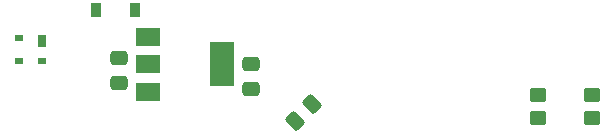
<source format=gbp>
G04 #@! TF.GenerationSoftware,KiCad,Pcbnew,(6.0.9)*
G04 #@! TF.CreationDate,2023-02-20T10:33:00+01:00*
G04 #@! TF.ProjectId,FLWSB-SAMDaaNo21,464c5753-422d-4534-914d-4461614e6f32,1.0*
G04 #@! TF.SameCoordinates,Original*
G04 #@! TF.FileFunction,Paste,Bot*
G04 #@! TF.FilePolarity,Positive*
%FSLAX46Y46*%
G04 Gerber Fmt 4.6, Leading zero omitted, Abs format (unit mm)*
G04 Created by KiCad (PCBNEW (6.0.9)) date 2023-02-20 10:33:00*
%MOMM*%
%LPD*%
G01*
G04 APERTURE LIST*
G04 Aperture macros list*
%AMRoundRect*
0 Rectangle with rounded corners*
0 $1 Rounding radius*
0 $2 $3 $4 $5 $6 $7 $8 $9 X,Y pos of 4 corners*
0 Add a 4 corners polygon primitive as box body*
4,1,4,$2,$3,$4,$5,$6,$7,$8,$9,$2,$3,0*
0 Add four circle primitives for the rounded corners*
1,1,$1+$1,$2,$3*
1,1,$1+$1,$4,$5*
1,1,$1+$1,$6,$7*
1,1,$1+$1,$8,$9*
0 Add four rect primitives between the rounded corners*
20,1,$1+$1,$2,$3,$4,$5,0*
20,1,$1+$1,$4,$5,$6,$7,0*
20,1,$1+$1,$6,$7,$8,$9,0*
20,1,$1+$1,$8,$9,$2,$3,0*%
G04 Aperture macros list end*
%ADD10R,0.914400X1.219200*%
%ADD11RoundRect,0.250000X-0.450000X0.350000X-0.450000X-0.350000X0.450000X-0.350000X0.450000X0.350000X0*%
%ADD12RoundRect,0.250000X-0.475000X0.337500X-0.475000X-0.337500X0.475000X-0.337500X0.475000X0.337500X0*%
%ADD13R,0.700000X1.000000*%
%ADD14R,0.700000X0.600000*%
%ADD15RoundRect,0.250000X0.097227X-0.574524X0.574524X-0.097227X-0.097227X0.574524X-0.574524X0.097227X0*%
%ADD16R,2.000000X1.500000*%
%ADD17R,2.000000X3.800000*%
G04 APERTURE END LIST*
D10*
X94437540Y-74175725D03*
X91160940Y-74175725D03*
D11*
X128524000Y-81296000D03*
X128524000Y-83296000D03*
X133096000Y-81296000D03*
X133096000Y-83296000D03*
D12*
X93066000Y-78210500D03*
X93066000Y-80285500D03*
D13*
X86598000Y-76720000D03*
D14*
X86598000Y-78420000D03*
X84598000Y-78420000D03*
X84598000Y-76520000D03*
D15*
X107978377Y-83537623D03*
X109445623Y-82070377D03*
D16*
X95504000Y-81040000D03*
X95504000Y-78740000D03*
D17*
X101804000Y-78740000D03*
D16*
X95504000Y-76440000D03*
D12*
X104242000Y-78718500D03*
X104242000Y-80793500D03*
M02*

</source>
